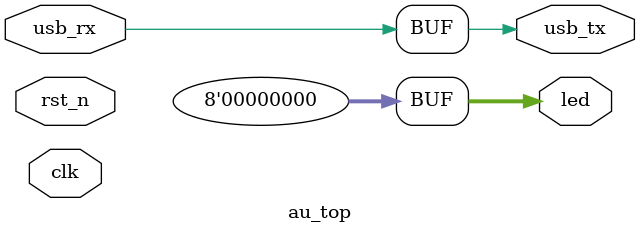
<source format=v>
module au_top(
    input clk,              // 100MHz clock
    input rst_n,            // reset button (active low)
    output [7:0] led,       // 8 user controllable LEDs
    input usb_rx,           // USB->Serial input
    output usb_tx           // USB->Serial output
    );
    
    wire rst;
    
    // The reset conditioner is used to synchronize the reset signal to the FPGA
    // clock. This ensures the entire FPGA comes out of reset at the same time.
    reset_conditioner reset_conditioner(.clk(clk), .in(!rst_n), .out(rst));
    
    assign led = 8'h00;      // turn LEDs off

    assign usb_tx = usb_rx;  // echo the serial data
    
endmodule
</source>
